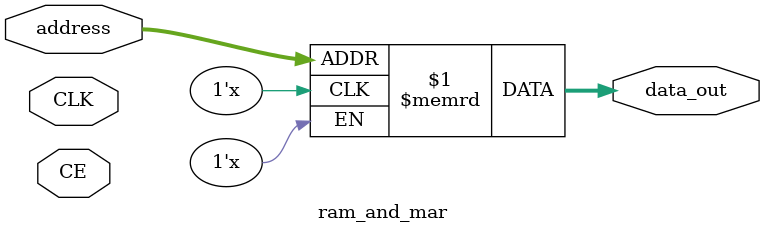
<source format=v>
module ram_and_mar( CLK, CE, address, data_out);

	input CLK;
	input CE;
    input [3:0]address;
	
    output [7:0]data_out;
	
	reg [7:0]ram_block[0:15];
	
//	always @(CE) begin
//		 if(~CE) begin
//			 data_out <= ram_block[address];
//		end
//	end
				
	assign data_out = ram_block[address];

endmodule

</source>
